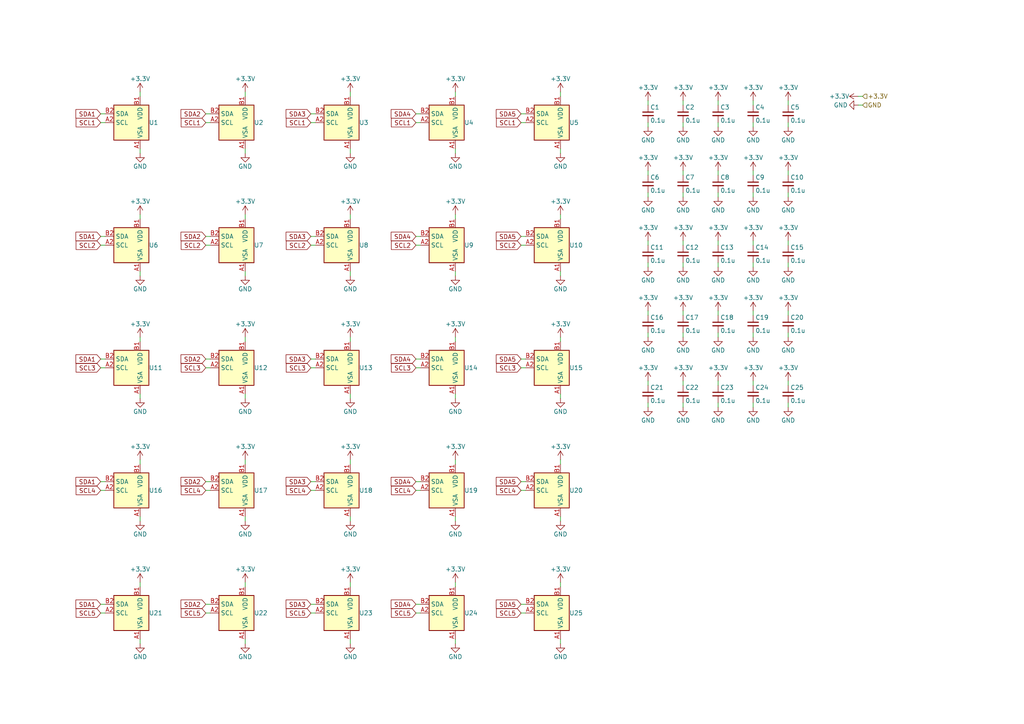
<source format=kicad_sch>
(kicad_sch (version 20230121) (generator eeschema)
  (paper "A4")
  (lib_symbols
    (symbol "Device:C_Small" (pin_numbers hide) (pin_names (offset 0.254) hide)
      (property "Reference" "C" (at 0.254 1.778 0))
      (property "Value" "C_Small" (at 0.254 -2.032 0))
      (symbol "C_Small_1_1"
        (pin passive line (at 0 2.54 270) (length 2.032) (name "~") (number "1"))
        (pin passive line (at 0 -2.54 90) (length 2.032) (name "~") (number "2"))
      )
    )
    (symbol "hgf_lib:MMC5603NJ"
      (property "Reference" "U" (at 5.08 8.89 0))
      (property "Value" "MMC5603NJ" (at 8.89 6.35 0))
      (symbol "MMC5603NJ_1_1"
        (pin power_in line (at 2.54 -7.62 90) (length 2.54) (name "VSA") (number "A1"))
        (pin bidirectional line (at -7.62 0 0) (length 2.54) (name "SCL") (number "A2"))
        (pin power_in line (at 2.54 7.62 270) (length 2.54) (name "VDD") (number "B1"))
        (pin bidirectional line (at -7.62 2.54 0) (length 2.54) (name "SDA") (number "B2"))
      )
    )
    (symbol "power:+3.3V" (power) (pin_names (offset 0))
      (property "Value" "+3.3V" (at 0 3.556 0))
      (symbol "+3.3V_1_1"
        (pin power_in line (at 0 0 90) (length 0) hide (name "+3.3V") (number "1"))
      )
    )
    (symbol "power:GND" (power) (pin_names (offset 0))
      (property "Value" "GND" (at 0 -3.81 0))
      (symbol "GND_1_1"
        (pin power_in line (at 0 0 270) (length 0) hide (name "GND") (number "1"))
      )
    )
  )
  (wire (pts (xy 162.56 62.23) (xy 162.56 63.5)))
  (wire (pts (xy 71.12 133.35) (xy 71.12 134.62)))
  (wire (pts (xy 198.12 77.47) (xy 198.12 76.2)))
  (wire (pts (xy 59.69 68.58) (xy 60.96 68.58)))
  (wire (pts (xy 218.44 49.53) (xy 218.44 50.8)))
  (wire (pts (xy 187.96 57.15) (xy 187.96 55.88)))
  (wire (pts (xy 218.44 57.15) (xy 218.44 55.88)))
  (wire (pts (xy 218.44 69.85) (xy 218.44 71.12)))
  (wire (pts (xy 228.6 77.47) (xy 228.6 76.2)))
  (wire (pts (xy 198.12 118.11) (xy 198.12 116.84)))
  (wire (pts (xy 132.08 80.01) (xy 132.08 78.74)))
  (wire (pts (xy 132.08 168.91) (xy 132.08 170.18)))
  (wire (pts (xy 29.21 68.58) (xy 30.48 68.58)))
  (wire (pts (xy 90.17 139.7) (xy 91.44 139.7)))
  (wire (pts (xy 132.08 26.67) (xy 132.08 27.94)))
  (wire (pts (xy 59.69 71.12) (xy 60.96 71.12)))
  (wire (pts (xy 208.28 118.11) (xy 208.28 116.84)))
  (wire (pts (xy 101.6 115.57) (xy 101.6 114.3)))
  (wire (pts (xy 228.6 97.79) (xy 228.6 96.52)))
  (wire (pts (xy 120.65 177.8) (xy 121.92 177.8)))
  (wire (pts (xy 218.44 36.83) (xy 218.44 35.56)))
  (wire (pts (xy 198.12 90.17) (xy 198.12 91.44)))
  (wire (pts (xy 120.65 71.12) (xy 121.92 71.12)))
  (wire (pts (xy 120.65 68.58) (xy 121.92 68.58)))
  (wire (pts (xy 120.65 175.26) (xy 121.92 175.26)))
  (wire (pts (xy 187.96 49.53) (xy 187.96 50.8)))
  (wire (pts (xy 218.44 110.49) (xy 218.44 111.76)))
  (wire (pts (xy 90.17 68.58) (xy 91.44 68.58)))
  (wire (pts (xy 208.28 110.49) (xy 208.28 111.76)))
  (wire (pts (xy 29.21 33.02) (xy 30.48 33.02)))
  (wire (pts (xy 120.65 106.68) (xy 121.92 106.68)))
  (wire (pts (xy 71.12 186.69) (xy 71.12 185.42)))
  (wire (pts (xy 132.08 62.23) (xy 132.08 63.5)))
  (wire (pts (xy 101.6 186.69) (xy 101.6 185.42)))
  (wire (pts (xy 208.28 49.53) (xy 208.28 50.8)))
  (wire (pts (xy 228.6 49.53) (xy 228.6 50.8)))
  (wire (pts (xy 40.64 26.67) (xy 40.64 27.94)))
  (wire (pts (xy 132.08 115.57) (xy 132.08 114.3)))
  (wire (pts (xy 151.13 142.24) (xy 152.4 142.24)))
  (wire (pts (xy 40.64 44.45) (xy 40.64 43.18)))
  (wire (pts (xy 208.28 69.85) (xy 208.28 71.12)))
  (wire (pts (xy 29.21 142.24) (xy 30.48 142.24)))
  (wire (pts (xy 29.21 106.68) (xy 30.48 106.68)))
  (wire (pts (xy 29.21 139.7) (xy 30.48 139.7)))
  (wire (pts (xy 40.64 133.35) (xy 40.64 134.62)))
  (wire (pts (xy 101.6 26.67) (xy 101.6 27.94)))
  (wire (pts (xy 101.6 80.01) (xy 101.6 78.74)))
  (wire (pts (xy 132.08 151.13) (xy 132.08 149.86)))
  (wire (pts (xy 218.44 118.11) (xy 218.44 116.84)))
  (wire (pts (xy 101.6 97.79) (xy 101.6 99.06)))
  (wire (pts (xy 120.65 104.14) (xy 121.92 104.14)))
  (wire (pts (xy 162.56 26.67) (xy 162.56 27.94)))
  (wire (pts (xy 198.12 29.21) (xy 198.12 30.48)))
  (wire (pts (xy 198.12 69.85) (xy 198.12 71.12)))
  (wire (pts (xy 228.6 90.17) (xy 228.6 91.44)))
  (wire (pts (xy 198.12 57.15) (xy 198.12 55.88)))
  (wire (pts (xy 248.92 30.48) (xy 250.19 30.48)))
  (wire (pts (xy 132.08 133.35) (xy 132.08 134.62)))
  (wire (pts (xy 151.13 104.14) (xy 152.4 104.14)))
  (wire (pts (xy 218.44 77.47) (xy 218.44 76.2)))
  (wire (pts (xy 71.12 168.91) (xy 71.12 170.18)))
  (wire (pts (xy 59.69 106.68) (xy 60.96 106.68)))
  (wire (pts (xy 90.17 33.02) (xy 91.44 33.02)))
  (wire (pts (xy 59.69 104.14) (xy 60.96 104.14)))
  (wire (pts (xy 218.44 97.79) (xy 218.44 96.52)))
  (wire (pts (xy 208.28 97.79) (xy 208.28 96.52)))
  (wire (pts (xy 228.6 57.15) (xy 228.6 55.88)))
  (wire (pts (xy 162.56 168.91) (xy 162.56 170.18)))
  (wire (pts (xy 162.56 44.45) (xy 162.56 43.18)))
  (wire (pts (xy 71.12 44.45) (xy 71.12 43.18)))
  (wire (pts (xy 90.17 142.24) (xy 91.44 142.24)))
  (wire (pts (xy 59.69 33.02) (xy 60.96 33.02)))
  (wire (pts (xy 208.28 57.15) (xy 208.28 55.88)))
  (wire (pts (xy 29.21 175.26) (xy 30.48 175.26)))
  (wire (pts (xy 101.6 151.13) (xy 101.6 149.86)))
  (wire (pts (xy 187.96 110.49) (xy 187.96 111.76)))
  (wire (pts (xy 208.28 77.47) (xy 208.28 76.2)))
  (wire (pts (xy 228.6 36.83) (xy 228.6 35.56)))
  (wire (pts (xy 208.28 90.17) (xy 208.28 91.44)))
  (wire (pts (xy 90.17 35.56) (xy 91.44 35.56)))
  (wire (pts (xy 90.17 71.12) (xy 91.44 71.12)))
  (wire (pts (xy 151.13 33.02) (xy 152.4 33.02)))
  (wire (pts (xy 198.12 36.83) (xy 198.12 35.56)))
  (wire (pts (xy 228.6 69.85) (xy 228.6 71.12)))
  (wire (pts (xy 40.64 186.69) (xy 40.64 185.42)))
  (wire (pts (xy 59.69 35.56) (xy 60.96 35.56)))
  (wire (pts (xy 71.12 151.13) (xy 71.12 149.86)))
  (wire (pts (xy 40.64 168.91) (xy 40.64 170.18)))
  (wire (pts (xy 71.12 97.79) (xy 71.12 99.06)))
  (wire (pts (xy 120.65 139.7) (xy 121.92 139.7)))
  (wire (pts (xy 71.12 80.01) (xy 71.12 78.74)))
  (wire (pts (xy 162.56 80.01) (xy 162.56 78.74)))
  (wire (pts (xy 29.21 71.12) (xy 30.48 71.12)))
  (wire (pts (xy 132.08 186.69) (xy 132.08 185.42)))
  (wire (pts (xy 162.56 97.79) (xy 162.56 99.06)))
  (wire (pts (xy 59.69 175.26) (xy 60.96 175.26)))
  (wire (pts (xy 248.92 27.94) (xy 250.19 27.94)))
  (wire (pts (xy 59.69 177.8) (xy 60.96 177.8)))
  (wire (pts (xy 198.12 97.79) (xy 198.12 96.52)))
  (wire (pts (xy 101.6 168.91) (xy 101.6 170.18)))
  (wire (pts (xy 59.69 142.24) (xy 60.96 142.24)))
  (wire (pts (xy 187.96 90.17) (xy 187.96 91.44)))
  (wire (pts (xy 151.13 177.8) (xy 152.4 177.8)))
  (wire (pts (xy 208.28 36.83) (xy 208.28 35.56)))
  (wire (pts (xy 40.64 62.23) (xy 40.64 63.5)))
  (wire (pts (xy 132.08 97.79) (xy 132.08 99.06)))
  (wire (pts (xy 120.65 35.56) (xy 121.92 35.56)))
  (wire (pts (xy 187.96 118.11) (xy 187.96 116.84)))
  (wire (pts (xy 151.13 71.12) (xy 152.4 71.12)))
  (wire (pts (xy 29.21 35.56) (xy 30.48 35.56)))
  (wire (pts (xy 151.13 175.26) (xy 152.4 175.26)))
  (wire (pts (xy 151.13 106.68) (xy 152.4 106.68)))
  (wire (pts (xy 29.21 177.8) (xy 30.48 177.8)))
  (wire (pts (xy 162.56 133.35) (xy 162.56 134.62)))
  (wire (pts (xy 101.6 62.23) (xy 101.6 63.5)))
  (wire (pts (xy 198.12 110.49) (xy 198.12 111.76)))
  (wire (pts (xy 187.96 97.79) (xy 187.96 96.52)))
  (wire (pts (xy 187.96 69.85) (xy 187.96 71.12)))
  (wire (pts (xy 90.17 175.26) (xy 91.44 175.26)))
  (wire (pts (xy 132.08 44.45) (xy 132.08 43.18)))
  (wire (pts (xy 187.96 36.83) (xy 187.96 35.56)))
  (wire (pts (xy 120.65 33.02) (xy 121.92 33.02)))
  (wire (pts (xy 162.56 151.13) (xy 162.56 149.86)))
  (wire (pts (xy 71.12 115.57) (xy 71.12 114.3)))
  (wire (pts (xy 40.64 80.01) (xy 40.64 78.74)))
  (wire (pts (xy 218.44 90.17) (xy 218.44 91.44)))
  (wire (pts (xy 218.44 29.21) (xy 218.44 30.48)))
  (wire (pts (xy 59.69 139.7) (xy 60.96 139.7)))
  (wire (pts (xy 90.17 177.8) (xy 91.44 177.8)))
  (wire (pts (xy 228.6 29.21) (xy 228.6 30.48)))
  (wire (pts (xy 151.13 35.56) (xy 152.4 35.56)))
  (wire (pts (xy 29.21 104.14) (xy 30.48 104.14)))
  (wire (pts (xy 101.6 133.35) (xy 101.6 134.62)))
  (wire (pts (xy 208.28 29.21) (xy 208.28 30.48)))
  (wire (pts (xy 71.12 62.23) (xy 71.12 63.5)))
  (wire (pts (xy 162.56 115.57) (xy 162.56 114.3)))
  (wire (pts (xy 40.64 97.79) (xy 40.64 99.06)))
  (wire (pts (xy 162.56 186.69) (xy 162.56 185.42)))
  (wire (pts (xy 151.13 68.58) (xy 152.4 68.58)))
  (wire (pts (xy 228.6 110.49) (xy 228.6 111.76)))
  (wire (pts (xy 40.64 115.57) (xy 40.64 114.3)))
  (wire (pts (xy 228.6 118.11) (xy 228.6 116.84)))
  (wire (pts (xy 71.12 26.67) (xy 71.12 27.94)))
  (wire (pts (xy 90.17 104.14) (xy 91.44 104.14)))
  (wire (pts (xy 40.64 151.13) (xy 40.64 149.86)))
  (wire (pts (xy 101.6 44.45) (xy 101.6 43.18)))
  (wire (pts (xy 151.13 139.7) (xy 152.4 139.7)))
  (wire (pts (xy 90.17 106.68) (xy 91.44 106.68)))
  (wire (pts (xy 198.12 49.53) (xy 198.12 50.8)))
  (wire (pts (xy 120.65 142.24) (xy 121.92 142.24)))
  (wire (pts (xy 187.96 29.21) (xy 187.96 30.48)))
  (wire (pts (xy 187.96 77.47) (xy 187.96 76.2)))
  (global_label "SCL1" (shape input) (at 120.65 35.56 180) (property "Intersheetrefs" "${INTERSHEET_REFS}" (effects hide)))
  (global_label "SCL4" (shape input) (at 29.21 142.24 180) (property "Intersheetrefs" "${INTERSHEET_REFS}" (effects hide)))
  (global_label "SDA2" (shape input) (at 59.69 175.26 180) (property "Intersheetrefs" "${INTERSHEET_REFS}" (effects hide)))
  (global_label "SCL2" (shape input) (at 151.13 71.12 180) (property "Intersheetrefs" "${INTERSHEET_REFS}" (effects hide)))
  (global_label "SDA2" (shape input) (at 59.69 33.02 180) (property "Intersheetrefs" "${INTERSHEET_REFS}" (effects hide)))
  (global_label "SDA5" (shape input) (at 151.13 104.14 180) (property "Intersheetrefs" "${INTERSHEET_REFS}" (effects hide)))
  (global_label "SDA3" (shape input) (at 90.17 104.14 180) (property "Intersheetrefs" "${INTERSHEET_REFS}" (effects hide)))
  (global_label "SCL2" (shape input) (at 59.69 71.12 180) (property "Intersheetrefs" "${INTERSHEET_REFS}" (effects hide)))
  (global_label "SCL2" (shape input) (at 29.21 71.12 180) (property "Intersheetrefs" "${INTERSHEET_REFS}" (effects hide)))
  (global_label "SDA3" (shape input) (at 90.17 68.58 180) (property "Intersheetrefs" "${INTERSHEET_REFS}" (effects hide)))
  (global_label "SCL1" (shape input) (at 59.69 35.56 180) (property "Intersheetrefs" "${INTERSHEET_REFS}" (effects hide)))
  (global_label "SCL5" (shape input) (at 90.17 177.8 180) (property "Intersheetrefs" "${INTERSHEET_REFS}" (effects hide)))
  (global_label "SDA5" (shape input) (at 151.13 68.58 180) (property "Intersheetrefs" "${INTERSHEET_REFS}" (effects hide)))
  (global_label "SDA3" (shape input) (at 90.17 175.26 180) (property "Intersheetrefs" "${INTERSHEET_REFS}" (effects hide)))
  (global_label "SDA4" (shape input) (at 120.65 33.02 180) (property "Intersheetrefs" "${INTERSHEET_REFS}" (effects hide)))
  (global_label "SDA4" (shape input) (at 120.65 104.14 180) (property "Intersheetrefs" "${INTERSHEET_REFS}" (effects hide)))
  (global_label "SDA5" (shape input) (at 151.13 33.02 180) (property "Intersheetrefs" "${INTERSHEET_REFS}" (effects hide)))
  (global_label "SCL3" (shape input) (at 29.21 106.68 180) (property "Intersheetrefs" "${INTERSHEET_REFS}" (effects hide)))
  (global_label "SCL2" (shape input) (at 120.65 71.12 180) (property "Intersheetrefs" "${INTERSHEET_REFS}" (effects hide)))
  (global_label "SDA4" (shape input) (at 120.65 139.7 180) (property "Intersheetrefs" "${INTERSHEET_REFS}" (effects hide)))
  (global_label "SDA1" (shape input) (at 29.21 104.14 180) (property "Intersheetrefs" "${INTERSHEET_REFS}" (effects hide)))
  (global_label "SDA4" (shape input) (at 120.65 68.58 180) (property "Intersheetrefs" "${INTERSHEET_REFS}" (effects hide)))
  (global_label "SCL4" (shape input) (at 59.69 142.24 180) (property "Intersheetrefs" "${INTERSHEET_REFS}" (effects hide)))
  (global_label "SCL1" (shape input) (at 90.17 35.56 180) (property "Intersheetrefs" "${INTERSHEET_REFS}" (effects hide)))
  (global_label "SDA4" (shape input) (at 120.65 175.26 180) (property "Intersheetrefs" "${INTERSHEET_REFS}" (effects hide)))
  (global_label "SCL4" (shape input) (at 120.65 142.24 180) (property "Intersheetrefs" "${INTERSHEET_REFS}" (effects hide)))
  (global_label "SCL3" (shape input) (at 59.69 106.68 180) (property "Intersheetrefs" "${INTERSHEET_REFS}" (effects hide)))
  (global_label "SCL1" (shape input) (at 151.13 35.56 180) (property "Intersheetrefs" "${INTERSHEET_REFS}" (effects hide)))
  (global_label "SCL3" (shape input) (at 90.17 106.68 180) (property "Intersheetrefs" "${INTERSHEET_REFS}" (effects hide)))
  (global_label "SCL5" (shape input) (at 59.69 177.8 180) (property "Intersheetrefs" "${INTERSHEET_REFS}" (effects hide)))
  (global_label "SDA1" (shape input) (at 29.21 68.58 180) (property "Intersheetrefs" "${INTERSHEET_REFS}" (effects hide)))
  (global_label "SCL2" (shape input) (at 90.17 71.12 180) (property "Intersheetrefs" "${INTERSHEET_REFS}" (effects hide)))
  (global_label "SDA2" (shape input) (at 59.69 68.58 180) (property "Intersheetrefs" "${INTERSHEET_REFS}" (effects hide)))
  (global_label "SCL3" (shape input) (at 120.65 106.68 180) (property "Intersheetrefs" "${INTERSHEET_REFS}" (effects hide)))
  (global_label "SCL1" (shape input) (at 29.21 35.56 180) (property "Intersheetrefs" "${INTERSHEET_REFS}" (effects hide)))
  (global_label "SCL5" (shape input) (at 29.21 177.8 180) (property "Intersheetrefs" "${INTERSHEET_REFS}" (effects hide)))
  (global_label "SCL5" (shape input) (at 151.13 177.8 180) (property "Intersheetrefs" "${INTERSHEET_REFS}" (effects hide)))
  (global_label "SDA5" (shape input) (at 151.13 139.7 180) (property "Intersheetrefs" "${INTERSHEET_REFS}" (effects hide)))
  (global_label "SCL4" (shape input) (at 151.13 142.24 180) (property "Intersheetrefs" "${INTERSHEET_REFS}" (effects hide)))
  (global_label "SDA5" (shape input) (at 151.13 175.26 180) (property "Intersheetrefs" "${INTERSHEET_REFS}" (effects hide)))
  (global_label "SDA2" (shape input) (at 59.69 139.7 180) (property "Intersheetrefs" "${INTERSHEET_REFS}" (effects hide)))
  (global_label "SCL5" (shape input) (at 120.65 177.8 180) (property "Intersheetrefs" "${INTERSHEET_REFS}" (effects hide)))
  (global_label "SDA1" (shape input) (at 29.21 33.02 180) (property "Intersheetrefs" "${INTERSHEET_REFS}" (effects hide)))
  (global_label "SDA3" (shape input) (at 90.17 33.02 180) (property "Intersheetrefs" "${INTERSHEET_REFS}" (effects hide)))
  (global_label "SDA1" (shape input) (at 29.21 175.26 180) (property "Intersheetrefs" "${INTERSHEET_REFS}" (effects hide)))
  (global_label "SDA2" (shape input) (at 59.69 104.14 180) (property "Intersheetrefs" "${INTERSHEET_REFS}" (effects hide)))
  (global_label "SCL4" (shape input) (at 90.17 142.24 180) (property "Intersheetrefs" "${INTERSHEET_REFS}" (effects hide)))
  (global_label "SDA1" (shape input) (at 29.21 139.7 180) (property "Intersheetrefs" "${INTERSHEET_REFS}" (effects hide)))
  (global_label "SDA3" (shape input) (at 90.17 139.7 180) (property "Intersheetrefs" "${INTERSHEET_REFS}" (effects hide)))
  (global_label "SCL3" (shape input) (at 151.13 106.68 180) (property "Intersheetrefs" "${INTERSHEET_REFS}" (effects hide)))
  (hierarchical_label "GND" (shape input) (at 250.19 30.48 0))
  (hierarchical_label "+3.3V" (shape input) (at 250.19 27.94 0))
  (symbol (lib_id "hgf_lib:MMC5603NJ") (at 160.02 106.68 0) (unit 1)
    (property "Reference" "U15" (at 165.1 106.68 0) (effects (justify left)))
    (property "Value" "MMC5603NJ" (effects hide))
    (property "Footprint" "Package_BGA:WLP-4_0.83x0.83mm_P0.4mm" (effects hide))
  )
  (symbol (lib_id "power:GND") (at 228.6 57.15 0) (unit 1)
    (property "Reference" "#PWR070" (effects hide))
    (property "Value" "GND" (at 228.6 60.96 0))
    (instances (project "LocateMagnet" (path "" (reference "#PWR070") (unit 1)) (path "" (reference "#PWR030") (unit 1))))
  )
  (symbol (lib_id "hgf_lib:MMC5603NJ") (at 129.54 142.24 0) (unit 1)
    (property "Reference" "U19" (at 134.62 142.24 0) (effects (justify left)))
    (property "Value" "MMC5603NJ" (effects hide))
    (property "Footprint" "Package_BGA:WLP-4_0.83x0.83mm_P0.4mm" (effects hide))
  )
  (symbol (lib_id "power:+3.3V") (at 40.64 168.91 0) (unit 1)
    (property "Reference" "#PWR041" (effects hide))
    (property "Value" "+3.3V" (at 40.64 165.1 0))
    (instances (project "LocateMagnet" (path "" (reference "#PWR041") (unit 1)) (path "" (reference "#PWR091") (unit 1))))
  )
  (symbol (lib_id "Device:C_Small") (at 228.6 33.02 0) (unit 1)
    (property "Reference" "C5" (at 229.235 31.115 0) (effects (justify left)))
    (property "Value" "0.1u" (at 229.235 34.925 0) (effects (justify left)))
    (property "Footprint" "Capacitor_SMD:C_0402_1005Metric" (effects hide))
  )
  (symbol (lib_id "power:+3.3V") (at 162.56 133.35 0) (unit 1)
    (property "Reference" "#PWR035" (effects hide))
    (property "Value" "+3.3V" (at 162.56 129.54 0))
    (instances (project "LocateMagnet" (path "" (reference "#PWR035") (unit 1)) (path "" (reference "#PWR085") (unit 1))))
  )
  (symbol (lib_id "power:GND") (at 187.96 118.11 0) (unit 1)
    (property "Reference" "#PWR096" (effects hide))
    (property "Value" "GND" (at 187.96 121.92 0))
    (instances (project "LocateMagnet" (path "" (reference "#PWR096") (unit 1)) (path "" (reference "#PWR076") (unit 1))))
  )
  (symbol (lib_id "power:GND") (at 132.08 44.45 0) (unit 1)
    (property "Reference" "#PWR09" (effects hide))
    (property "Value" "GND" (at 132.08 48.26 0))
    (instances (project "LocateMagnet" (path "" (reference "#PWR09") (unit 1)) (path "" (reference "#PWR019") (unit 1))))
  )
  (symbol (lib_id "power:GND") (at 71.12 186.69 0) (unit 1)
    (property "Reference" "#PWR047" (effects hide))
    (property "Value" "GND" (at 71.12 190.5 0))
    (instances (project "LocateMagnet" (path "" (reference "#PWR047") (unit 1)) (path "" (reference "#PWR097") (unit 1))))
  )
  (symbol (lib_id "power:+3.3V") (at 198.12 49.53 0) (unit 1)
    (property "Reference" "#PWR062" (effects hide))
    (property "Value" "+3.3V" (at 198.12 45.72 0))
    (instances (project "LocateMagnet" (path "" (reference "#PWR062") (unit 1)) (path "" (reference "#PWR022") (unit 1))))
  )
  (symbol (lib_id "Device:C_Small") (at 198.12 93.98 0) (unit 1)
    (property "Reference" "C17" (at 198.755 92.075 0) (effects (justify left)))
    (property "Value" "0.1u" (at 198.755 95.885 0) (effects (justify left)))
    (property "Footprint" "Capacitor_SMD:C_0402_1005Metric" (effects hide))
  )
  (symbol (lib_id "power:+3.3V") (at 162.56 62.23 0) (unit 1)
    (property "Reference" "#PWR015" (effects hide))
    (property "Value" "+3.3V" (at 162.56 58.42 0))
    (instances (project "LocateMagnet" (path "" (reference "#PWR015") (unit 1)) (path "" (reference "#PWR035") (unit 1))))
  )
  (symbol (lib_id "power:GND") (at 187.96 36.83 0) (unit 1)
    (property "Reference" "#PWR052" (effects hide))
    (property "Value" "GND" (at 187.96 40.64 0))
    (instances (project "LocateMagnet" (path "" (reference "#PWR052") (unit 1)) (path "" (reference "#PWR011") (unit 1))))
  )
  (symbol (lib_id "Device:C_Small") (at 198.12 73.66 0) (unit 1)
    (property "Reference" "C12" (at 198.755 71.755 0) (effects (justify left)))
    (property "Value" "0.1u" (at 198.755 75.565 0) (effects (justify left)))
    (property "Footprint" "Capacitor_SMD:C_0402_1005Metric" (effects hide))
  )
  (symbol (lib_id "power:GND") (at 71.12 115.57 0) (unit 1)
    (property "Reference" "#PWR027" (effects hide))
    (property "Value" "GND" (at 71.12 119.38 0))
    (instances (project "LocateMagnet" (path "" (reference "#PWR027") (unit 1)) (path "" (reference "#PWR072") (unit 1))))
  )
  (symbol (lib_id "power:+3.3V") (at 228.6 49.53 0) (unit 1)
    (property "Reference" "#PWR065" (effects hide))
    (property "Value" "+3.3V" (at 228.6 45.72 0))
    (instances (project "LocateMagnet" (path "" (reference "#PWR065") (unit 1)) (path "" (reference "#PWR025") (unit 1))))
  )
  (symbol (lib_id "power:+3.3V") (at 218.44 69.85 0) (unit 1)
    (property "Reference" "#PWR074" (effects hide))
    (property "Value" "+3.3V" (at 218.44 66.04 0))
    (instances (project "LocateMagnet" (path "" (reference "#PWR074") (unit 1)) (path "" (reference "#PWR039") (unit 1))))
  )
  (symbol (lib_id "Device:C_Small") (at 208.28 33.02 0) (unit 1)
    (property "Reference" "C3" (at 208.915 31.115 0) (effects (justify left)))
    (property "Value" "0.1u" (at 208.915 34.925 0) (effects (justify left)))
    (property "Footprint" "Capacitor_SMD:C_0402_1005Metric" (effects hide))
  )
  (symbol (lib_id "power:+3.3V") (at 101.6 62.23 0) (unit 1)
    (property "Reference" "#PWR013" (effects hide))
    (property "Value" "+3.3V" (at 101.6 58.42 0))
    (instances (project "LocateMagnet" (path "" (reference "#PWR013") (unit 1)) (path "" (reference "#PWR033") (unit 1))))
  )
  (symbol (lib_id "Device:C_Small") (at 208.28 53.34 0) (unit 1)
    (property "Reference" "C8" (at 208.915 51.435 0) (effects (justify left)))
    (property "Value" "0.1u" (at 208.915 55.245 0) (effects (justify left)))
    (property "Footprint" "Capacitor_SMD:C_0402_1005Metric" (effects hide))
  )
  (symbol (lib_id "Device:C_Small") (at 228.6 93.98 0) (unit 1)
    (property "Reference" "C20" (at 229.235 92.075 0) (effects (justify left)))
    (property "Value" "0.1u" (at 229.235 95.885 0) (effects (justify left)))
    (property "Footprint" "Capacitor_SMD:C_0402_1005Metric" (effects hide))
  )
  (symbol (lib_id "power:GND") (at 101.6 44.45 0) (unit 1)
    (property "Reference" "#PWR08" (effects hide))
    (property "Value" "GND" (at 101.6 48.26 0))
    (instances (project "LocateMagnet" (path "" (reference "#PWR08") (unit 1)) (path "" (reference "#PWR018") (unit 1))))
  )
  (symbol (lib_id "power:GND") (at 208.28 118.11 0) (unit 1)
    (property "Reference" "#PWR098" (effects hide))
    (property "Value" "GND" (at 208.28 121.92 0))
    (instances (project "LocateMagnet" (path "" (reference "#PWR098") (unit 1)) (path "" (reference "#PWR078") (unit 1))))
  )
  (symbol (lib_id "power:GND") (at 198.12 77.47 0) (unit 1)
    (property "Reference" "#PWR077" (effects hide))
    (property "Value" "GND" (at 198.12 81.28 0))
    (instances (project "LocateMagnet" (path "" (reference "#PWR077") (unit 1)) (path "" (reference "#PWR042") (unit 1))))
  )
  (symbol (lib_id "power:GND") (at 101.6 80.01 0) (unit 1)
    (property "Reference" "#PWR018" (effects hide))
    (property "Value" "GND" (at 101.6 83.82 0))
    (instances (project "LocateMagnet" (path "" (reference "#PWR018") (unit 1)) (path "" (reference "#PWR048") (unit 1))))
  )
  (symbol (lib_id "power:+3.3V") (at 198.12 69.85 0) (unit 1)
    (property "Reference" "#PWR072" (effects hide))
    (property "Value" "+3.3V" (at 198.12 66.04 0))
    (instances (project "LocateMagnet" (path "" (reference "#PWR072") (unit 1)) (path "" (reference "#PWR037") (unit 1))))
  )
  (symbol (lib_id "power:GND") (at 208.28 36.83 0) (unit 1)
    (property "Reference" "#PWR056" (effects hide))
    (property "Value" "GND" (at 208.28 40.64 0))
    (instances (project "LocateMagnet" (path "" (reference "#PWR056") (unit 1)) (path "" (reference "#PWR013") (unit 1))))
  )
  (symbol (lib_id "hgf_lib:MMC5603NJ") (at 129.54 177.8 0) (unit 1)
    (property "Reference" "U24" (at 134.62 177.8 0) (effects (justify left)))
    (property "Value" "MMC5603NJ" (effects hide))
    (property "Footprint" "Package_BGA:WLP-4_0.83x0.83mm_P0.4mm" (effects hide))
  )
  (symbol (lib_id "power:+3.3V") (at 187.96 110.49 0) (unit 1)
    (property "Reference" "#PWR091" (effects hide))
    (property "Value" "+3.3V" (at 187.96 106.68 0))
    (instances (project "LocateMagnet" (path "" (reference "#PWR091") (unit 1)) (path "" (reference "#PWR066") (unit 1))))
  )
  (symbol (lib_id "power:+3.3V") (at 101.6 168.91 0) (unit 1)
    (property "Reference" "#PWR043" (effects hide))
    (property "Value" "+3.3V" (at 101.6 165.1 0))
    (instances (project "LocateMagnet" (path "" (reference "#PWR043") (unit 1)) (path "" (reference "#PWR093") (unit 1))))
  )
  (symbol (lib_id "power:GND") (at 218.44 57.15 0) (unit 1)
    (property "Reference" "#PWR069" (effects hide))
    (property "Value" "GND" (at 218.44 60.96 0))
    (instances (project "LocateMagnet" (path "" (reference "#PWR069") (unit 1)) (path "" (reference "#PWR029") (unit 1))))
  )
  (symbol (lib_id "power:+3.3V") (at 218.44 49.53 0) (unit 1)
    (property "Reference" "#PWR064" (effects hide))
    (property "Value" "+3.3V" (at 218.44 45.72 0))
    (instances (project "LocateMagnet" (path "" (reference "#PWR064") (unit 1)) (path "" (reference "#PWR024") (unit 1))))
  )
  (symbol (lib_id "power:GND") (at 132.08 151.13 0) (unit 1)
    (property "Reference" "#PWR039" (effects hide))
    (property "Value" "GND" (at 132.08 154.94 0))
    (instances (project "LocateMagnet" (path "" (reference "#PWR039") (unit 1)) (path "" (reference "#PWR089") (unit 1))))
  )
  (symbol (lib_id "power:+3.3V") (at 132.08 133.35 0) (unit 1)
    (property "Reference" "#PWR034" (effects hide))
    (property "Value" "+3.3V" (at 132.08 129.54 0))
    (instances (project "LocateMagnet" (path "" (reference "#PWR034") (unit 1)) (path "" (reference "#PWR084") (unit 1))))
  )
  (symbol (lib_id "power:+3.3V") (at 71.12 26.67 0) (unit 1)
    (property "Reference" "#PWR02" (effects hide))
    (property "Value" "+3.3V" (at 71.12 22.86 0))
  )
  (symbol (lib_id "power:+3.3V") (at 162.56 26.67 0) (unit 1)
    (property "Reference" "#PWR05" (effects hide))
    (property "Value" "+3.3V" (at 162.56 22.86 0))
  )
  (symbol (lib_id "hgf_lib:MMC5603NJ") (at 68.58 142.24 0) (unit 1)
    (property "Reference" "U17" (at 73.66 142.24 0) (effects (justify left)))
    (property "Value" "MMC5603NJ" (effects hide))
    (property "Footprint" "Package_BGA:WLP-4_0.83x0.83mm_P0.4mm" (effects hide))
  )
  (symbol (lib_id "Device:C_Small") (at 228.6 114.3 0) (unit 1)
    (property "Reference" "C25" (at 229.235 112.395 0) (effects (justify left)))
    (property "Value" "0.1u" (at 229.235 116.205 0) (effects (justify left)))
    (property "Footprint" "Capacitor_SMD:C_0402_1005Metric" (effects hide))
  )
  (symbol (lib_id "power:+3.3V") (at 40.64 62.23 0) (unit 1)
    (property "Reference" "#PWR011" (effects hide))
    (property "Value" "+3.3V" (at 40.64 58.42 0))
    (instances (project "LocateMagnet" (path "" (reference "#PWR011") (unit 1)) (path "" (reference "#PWR031") (unit 1))))
  )
  (symbol (lib_id "power:GND") (at 162.56 151.13 0) (unit 1)
    (property "Reference" "#PWR040" (effects hide))
    (property "Value" "GND" (at 162.56 154.94 0))
    (instances (project "LocateMagnet" (path "" (reference "#PWR040") (unit 1)) (path "" (reference "#PWR090") (unit 1))))
  )
  (symbol (lib_id "power:+3.3V") (at 198.12 29.21 0) (unit 1)
    (property "Reference" "#PWR053" (effects hide))
    (property "Value" "+3.3V" (at 198.12 25.4 0))
    (instances (project "LocateMagnet" (path "" (reference "#PWR053") (unit 1)) (path "" (reference "#PWR07") (unit 1))))
  )
  (symbol (lib_id "power:GND") (at 71.12 44.45 0) (unit 1)
    (property "Reference" "#PWR07" (effects hide))
    (property "Value" "GND" (at 71.12 48.26 0))
    (instances (project "LocateMagnet" (path "" (reference "#PWR07") (unit 1)) (path "" (reference "#PWR017") (unit 1))))
  )
  (symbol (lib_id "Device:C_Small") (at 208.28 114.3 0) (unit 1)
    (property "Reference" "C23" (at 208.915 112.395 0) (effects (justify left)))
    (property "Value" "0.1u" (at 208.915 116.205 0) (effects (justify left)))
    (property "Footprint" "Capacitor_SMD:C_0402_1005Metric" (effects hide))
  )
  (symbol (lib_id "power:+3.3V") (at 40.64 26.67 0) (unit 1)
    (property "Reference" "#PWR01" (effects hide))
    (property "Value" "+3.3V" (at 40.64 22.86 0))
  )
  (symbol (lib_id "power:+3.3V") (at 162.56 97.79 0) (unit 1)
    (property "Reference" "#PWR025" (effects hide))
    (property "Value" "+3.3V" (at 162.56 93.98 0))
    (instances (project "LocateMagnet" (path "" (reference "#PWR025") (unit 1)) (path "" (reference "#PWR060") (unit 1))))
  )
  (symbol (lib_id "hgf_lib:MMC5603NJ") (at 160.02 71.12 0) (unit 1)
    (property "Reference" "U10" (at 165.1 71.12 0) (effects (justify left)))
    (property "Value" "MMC5603NJ" (effects hide))
    (property "Footprint" "Package_BGA:WLP-4_0.83x0.83mm_P0.4mm" (effects hide))
  )
  (symbol (lib_id "Device:C_Small") (at 228.6 53.34 0) (unit 1)
    (property "Reference" "C10" (at 229.235 51.435 0) (effects (justify left)))
    (property "Value" "0.1u" (at 229.235 55.245 0) (effects (justify left)))
    (property "Footprint" "Capacitor_SMD:C_0402_1005Metric" (effects hide))
  )
  (symbol (lib_id "power:GND") (at 71.12 80.01 0) (unit 1)
    (property "Reference" "#PWR017" (effects hide))
    (property "Value" "GND" (at 71.12 83.82 0))
    (instances (project "LocateMagnet" (path "" (reference "#PWR017") (unit 1)) (path "" (reference "#PWR047") (unit 1))))
  )
  (symbol (lib_id "power:GND") (at 198.12 36.83 0) (unit 1)
    (property "Reference" "#PWR054" (effects hide))
    (property "Value" "GND" (at 198.12 40.64 0))
    (instances (project "LocateMagnet" (path "" (reference "#PWR054") (unit 1)) (path "" (reference "#PWR012") (unit 1))))
  )
  (symbol (lib_id "power:GND") (at 162.56 115.57 0) (unit 1)
    (property "Reference" "#PWR030" (effects hide))
    (property "Value" "GND" (at 162.56 119.38 0))
    (instances (project "LocateMagnet" (path "" (reference "#PWR030") (unit 1)) (path "" (reference "#PWR075") (unit 1))))
  )
  (symbol (lib_id "power:GND") (at 71.12 151.13 0) (unit 1)
    (property "Reference" "#PWR037" (effects hide))
    (property "Value" "GND" (at 71.12 154.94 0))
    (instances (project "LocateMagnet" (path "" (reference "#PWR037") (unit 1)) (path "" (reference "#PWR087") (unit 1))))
  )
  (symbol (lib_id "Device:C_Small") (at 187.96 73.66 0) (unit 1)
    (property "Reference" "C11" (at 188.595 71.755 0) (effects (justify left)))
    (property "Value" "0.1u" (at 188.595 75.565 0) (effects (justify left)))
    (property "Footprint" "Capacitor_SMD:C_0402_1005Metric" (effects hide))
  )
  (symbol (lib_id "power:GND") (at 40.64 115.57 0) (unit 1)
    (property "Reference" "#PWR026" (effects hide))
    (property "Value" "GND" (at 40.64 119.38 0))
    (instances (project "LocateMagnet" (path "" (reference "#PWR026") (unit 1)) (path "" (reference "#PWR071") (unit 1))))
  )
  (symbol (lib_id "hgf_lib:MMC5603NJ") (at 38.1 71.12 0) (unit 1)
    (property "Reference" "U6" (at 43.18 71.12 0) (effects (justify left)))
    (property "Value" "MMC5603NJ" (effects hide))
    (property "Footprint" "Package_BGA:WLP-4_0.83x0.83mm_P0.4mm" (effects hide))
  )
  (symbol (lib_id "hgf_lib:MMC5603NJ") (at 160.02 142.24 0) (unit 1)
    (property "Reference" "U20" (at 165.1 142.24 0) (effects (justify left)))
    (property "Value" "MMC5603NJ" (effects hide))
    (property "Footprint" "Package_BGA:WLP-4_0.83x0.83mm_P0.4mm" (effects hide))
  )
  (symbol (lib_id "power:GND") (at 228.6 97.79 0) (unit 1)
    (property "Reference" "#PWR090" (effects hide))
    (property "Value" "GND" (at 228.6 101.6 0))
    (instances (project "LocateMagnet" (path "" (reference "#PWR090") (unit 1)) (path "" (reference "#PWR065") (unit 1))))
  )
  (symbol (lib_id "Device:C_Small") (at 198.12 33.02 0) (unit 1)
    (property "Reference" "C2" (at 198.755 31.115 0) (effects (justify left)))
    (property "Value" "0.1u" (at 198.755 34.925 0) (effects (justify left)))
    (property "Footprint" "Capacitor_SMD:C_0402_1005Metric" (effects hide))
  )
  (symbol (lib_id "power:GND") (at 40.64 151.13 0) (unit 1)
    (property "Reference" "#PWR036" (effects hide))
    (property "Value" "GND" (at 40.64 154.94 0))
    (instances (project "LocateMagnet" (path "" (reference "#PWR036") (unit 1)) (path "" (reference "#PWR086") (unit 1))))
  )
  (symbol (lib_id "power:GND") (at 208.28 97.79 0) (unit 1)
    (property "Reference" "#PWR088" (effects hide))
    (property "Value" "GND" (at 208.28 101.6 0))
    (instances (project "LocateMagnet" (path "" (reference "#PWR088") (unit 1)) (path "" (reference "#PWR063") (unit 1))))
  )
  (symbol (lib_id "power:GND") (at 218.44 77.47 0) (unit 1)
    (property "Reference" "#PWR079" (effects hide))
    (property "Value" "GND" (at 218.44 81.28 0))
    (instances (project "LocateMagnet" (path "" (reference "#PWR079") (unit 1)) (path "" (reference "#PWR044") (unit 1))))
  )
  (symbol (lib_id "power:GND") (at 101.6 186.69 0) (unit 1)
    (property "Reference" "#PWR048" (effects hide))
    (property "Value" "GND" (at 101.6 190.5 0))
    (instances (project "LocateMagnet" (path "" (reference "#PWR048") (unit 1)) (path "" (reference "#PWR098") (unit 1))))
  )
  (symbol (lib_id "power:GND") (at 218.44 97.79 0) (unit 1)
    (property "Reference" "#PWR089" (effects hide))
    (property "Value" "GND" (at 218.44 101.6 0))
    (instances (project "LocateMagnet" (path "" (reference "#PWR089") (unit 1)) (path "" (reference "#PWR064") (unit 1))))
  )
  (symbol (lib_id "hgf_lib:MMC5603NJ") (at 38.1 35.56 0) (unit 1)
    (property "Reference" "U1" (at 43.18 35.56 0) (effects (justify left)))
    (property "Value" "MMC5603NJ" (effects hide))
    (property "Footprint" "Package_BGA:WLP-4_0.83x0.83mm_P0.4mm" (effects hide))
  )
  (symbol (lib_id "power:GND") (at 40.64 186.69 0) (unit 1)
    (property "Reference" "#PWR046" (effects hide))
    (property "Value" "GND" (at 40.64 190.5 0))
    (instances (project "LocateMagnet" (path "" (reference "#PWR046") (unit 1)) (path "" (reference "#PWR096") (unit 1))))
  )
  (symbol (lib_id "hgf_lib:MMC5603NJ") (at 38.1 106.68 0) (unit 1)
    (property "Reference" "U11" (at 43.18 106.68 0) (effects (justify left)))
    (property "Value" "MMC5603NJ" (effects hide))
    (property "Footprint" "Package_BGA:WLP-4_0.83x0.83mm_P0.4mm" (effects hide))
  )
  (symbol (lib_id "power:GND") (at 228.6 77.47 0) (unit 1)
    (property "Reference" "#PWR080" (effects hide))
    (property "Value" "GND" (at 228.6 81.28 0))
    (instances (project "LocateMagnet" (path "" (reference "#PWR080") (unit 1)) (path "" (reference "#PWR045") (unit 1))))
  )
  (symbol (lib_id "hgf_lib:MMC5603NJ") (at 68.58 106.68 0) (unit 1)
    (property "Reference" "U12" (at 73.66 106.68 0) (effects (justify left)))
    (property "Value" "MMC5603NJ" (effects hide))
    (property "Footprint" "Package_BGA:WLP-4_0.83x0.83mm_P0.4mm" (effects hide))
  )
  (symbol (lib_id "hgf_lib:MMC5603NJ") (at 99.06 142.24 0) (unit 1)
    (property "Reference" "U18" (at 104.14 142.24 0) (effects (justify left)))
    (property "Value" "MMC5603NJ" (effects hide))
    (property "Footprint" "Package_BGA:WLP-4_0.83x0.83mm_P0.4mm" (effects hide))
  )
  (symbol (lib_id "hgf_lib:MMC5603NJ") (at 99.06 71.12 0) (unit 1)
    (property "Reference" "U8" (at 104.14 71.12 0) (effects (justify left)))
    (property "Value" "MMC5603NJ" (effects hide))
    (property "Footprint" "Package_BGA:WLP-4_0.83x0.83mm_P0.4mm" (effects hide))
  )
  (symbol (lib_id "hgf_lib:MMC5603NJ") (at 68.58 71.12 0) (unit 1)
    (property "Reference" "U7" (at 73.66 71.12 0) (effects (justify left)))
    (property "Value" "MMC5603NJ" (effects hide))
    (property "Footprint" "Package_BGA:WLP-4_0.83x0.83mm_P0.4mm" (effects hide))
  )
  (symbol (lib_id "power:+3.3V") (at 218.44 29.21 0) (unit 1)
    (property "Reference" "#PWR057" (effects hide))
    (property "Value" "+3.3V" (at 218.44 25.4 0))
    (instances (project "LocateMagnet" (path "" (reference "#PWR057") (unit 1)) (path "" (reference "#PWR09") (unit 1))))
  )
  (symbol (lib_id "Device:C_Small") (at 218.44 114.3 0) (unit 1)
    (property "Reference" "C24" (at 219.075 112.395 0) (effects (justify left)))
    (property "Value" "0.1u" (at 219.075 116.205 0) (effects (justify left)))
    (property "Footprint" "Capacitor_SMD:C_0402_1005Metric" (effects hide))
  )
  (symbol (lib_id "power:GND") (at 162.56 80.01 0) (unit 1)
    (property "Reference" "#PWR020" (effects hide))
    (property "Value" "GND" (at 162.56 83.82 0))
    (instances (project "LocateMagnet" (path "" (reference "#PWR020") (unit 1)) (path "" (reference "#PWR050") (unit 1))))
  )
  (symbol (lib_id "power:+3.3V") (at 40.64 97.79 0) (unit 1)
    (property "Reference" "#PWR021" (effects hide))
    (property "Value" "+3.3V" (at 40.64 93.98 0))
    (instances (project "LocateMagnet" (path "" (reference "#PWR021") (unit 1)) (path "" (reference "#PWR056") (unit 1))))
  )
  (symbol (lib_id "Device:C_Small") (at 187.96 33.02 0) (unit 1)
    (property "Reference" "C1" (at 188.595 31.115 0) (effects (justify left)))
    (property "Value" "0.1u" (at 188.595 34.925 0) (effects (justify left)))
    (property "Footprint" "Capacitor_SMD:C_0402_1005Metric" (effects hide))
  )
  (symbol (lib_id "power:GND") (at 187.96 57.15 0) (unit 1)
    (property "Reference" "#PWR066" (effects hide))
    (property "Value" "GND" (at 187.96 60.96 0))
    (instances (project "LocateMagnet" (path "" (reference "#PWR066") (unit 1)) (path "" (reference "#PWR026") (unit 1))))
  )
  (symbol (lib_id "power:+3.3V") (at 198.12 90.17 0) (unit 1)
    (property "Reference" "#PWR082" (effects hide))
    (property "Value" "+3.3V" (at 198.12 86.36 0))
    (instances (project "LocateMagnet" (path "" (reference "#PWR082") (unit 1)) (path "" (reference "#PWR052") (unit 1))))
  )
  (symbol (lib_id "power:+3.3V") (at 187.96 90.17 0) (unit 1)
    (property "Reference" "#PWR081" (effects hide))
    (property "Value" "+3.3V" (at 187.96 86.36 0))
    (instances (project "LocateMagnet" (path "" (reference "#PWR081") (unit 1)) (path "" (reference "#PWR051") (unit 1))))
  )
  (symbol (lib_id "power:GND") (at 198.12 118.11 0) (unit 1)
    (property "Reference" "#PWR097" (effects hide))
    (property "Value" "GND" (at 198.12 121.92 0))
    (instances (project "LocateMagnet" (path "" (reference "#PWR097") (unit 1)) (path "" (reference "#PWR077") (unit 1))))
  )
  (symbol (lib_id "power:+3.3V") (at 187.96 29.21 0) (unit 1)
    (property "Reference" "#PWR051" (effects hide))
    (property "Value" "+3.3V" (at 187.96 25.4 0))
    (instances (project "LocateMagnet" (path "" (reference "#PWR051") (unit 1)) (path "" (reference "#PWR06") (unit 1))))
  )
  (symbol (lib_id "power:+3.3V") (at 208.28 90.17 0) (unit 1)
    (property "Reference" "#PWR083" (effects hide))
    (property "Value" "+3.3V" (at 208.28 86.36 0))
    (instances (project "LocateMagnet" (path "" (reference "#PWR083") (unit 1)) (path "" (reference "#PWR053") (unit 1))))
  )
  (symbol (lib_id "power:GND") (at 208.28 77.47 0) (unit 1)
    (property "Reference" "#PWR078" (effects hide))
    (property "Value" "GND" (at 208.28 81.28 0))
    (instances (project "LocateMagnet" (path "" (reference "#PWR078") (unit 1)) (path "" (reference "#PWR043") (unit 1))))
  )
  (symbol (lib_id "power:GND") (at 132.08 115.57 0) (unit 1)
    (property "Reference" "#PWR029" (effects hide))
    (property "Value" "GND" (at 132.08 119.38 0))
    (instances (project "LocateMagnet" (path "" (reference "#PWR029") (unit 1)) (path "" (reference "#PWR074") (unit 1))))
  )
  (symbol (lib_id "power:GND") (at 132.08 186.69 0) (unit 1)
    (property "Reference" "#PWR049" (effects hide))
    (property "Value" "GND" (at 132.08 190.5 0))
    (instances (project "LocateMagnet" (path "" (reference "#PWR049") (unit 1)) (path "" (reference "#PWR099") (unit 1))))
  )
  (symbol (lib_id "power:GND") (at 101.6 115.57 0) (unit 1)
    (property "Reference" "#PWR028" (effects hide))
    (property "Value" "GND" (at 101.6 119.38 0))
    (instances (project "LocateMagnet" (path "" (reference "#PWR028") (unit 1)) (path "" (reference "#PWR073") (unit 1))))
  )
  (symbol (lib_id "power:+3.3V") (at 218.44 110.49 0) (unit 1)
    (property "Reference" "#PWR094" (effects hide))
    (property "Value" "+3.3V" (at 218.44 106.68 0))
    (instances (project "LocateMagnet" (path "" (reference "#PWR094") (unit 1)) (path "" (reference "#PWR069") (unit 1))))
  )
  (symbol (lib_id "Device:C_Small") (at 187.96 93.98 0) (unit 1)
    (property "Reference" "C16" (at 188.595 92.075 0) (effects (justify left)))
    (property "Value" "0.1u" (at 188.595 95.885 0) (effects (justify left)))
    (property "Footprint" "Capacitor_SMD:C_0402_1005Metric" (effects hide))
  )
  (symbol (lib_id "power:+3.3V") (at 208.28 49.53 0) (unit 1)
    (property "Reference" "#PWR063" (effects hide))
    (property "Value" "+3.3V" (at 208.28 45.72 0))
    (instances (project "LocateMagnet" (path "" (reference "#PWR063") (unit 1)) (path "" (reference "#PWR023") (unit 1))))
  )
  (symbol (lib_id "hgf_lib:MMC5603NJ") (at 99.06 106.68 0) (unit 1)
    (property "Reference" "U13" (at 104.14 106.68 0) (effects (justify left)))
    (property "Value" "MMC5603NJ" (effects hide))
    (property "Footprint" "Package_BGA:WLP-4_0.83x0.83mm_P0.4mm" (effects hide))
  )
  (symbol (lib_id "hgf_lib:MMC5603NJ") (at 38.1 142.24 0) (unit 1)
    (property "Reference" "U16" (at 43.18 142.24 0) (effects (justify left)))
    (property "Value" "MMC5603NJ" (effects hide))
    (property "Footprint" "Package_BGA:WLP-4_0.83x0.83mm_P0.4mm" (effects hide))
  )
  (symbol (lib_id "power:+3.3V") (at 132.08 26.67 0) (unit 1)
    (property "Reference" "#PWR04" (effects hide))
    (property "Value" "+3.3V" (at 132.08 22.86 0))
  )
  (symbol (lib_id "hgf_lib:MMC5603NJ") (at 160.02 177.8 0) (unit 1)
    (property "Reference" "U25" (at 165.1 177.8 0) (effects (justify left)))
    (property "Value" "MMC5603NJ" (effects hide))
    (property "Footprint" "Package_BGA:WLP-4_0.83x0.83mm_P0.4mm" (effects hide))
  )
  (symbol (lib_id "Device:C_Small") (at 208.28 73.66 0) (unit 1)
    (property "Reference" "C13" (at 208.915 71.755 0) (effects (justify left)))
    (property "Value" "0.1u" (at 208.915 75.565 0) (effects (justify left)))
    (property "Footprint" "Capacitor_SMD:C_0402_1005Metric" (effects hide))
  )
  (symbol (lib_id "power:GND") (at 248.92 30.48 270) (unit 1)
    (property "Reference" "#PWR060" (effects hide))
    (property "Value" "GND" (at 243.84 30.48 90))
    (instances (project "LocateMagnet" (path "" (reference "#PWR060") (unit 1)) (path "" (reference "#PWR0111") (unit 1))))
  )
  (symbol (lib_id "power:+3.3V") (at 71.12 62.23 0) (unit 1)
    (property "Reference" "#PWR012" (effects hide))
    (property "Value" "+3.3V" (at 71.12 58.42 0))
    (instances (project "LocateMagnet" (path "" (reference "#PWR012") (unit 1)) (path "" (reference "#PWR032") (unit 1))))
  )
  (symbol (lib_id "power:GND") (at 40.64 80.01 0) (unit 1)
    (property "Reference" "#PWR016" (effects hide))
    (property "Value" "GND" (at 40.64 83.82 0))
    (instances (project "LocateMagnet" (path "" (reference "#PWR016") (unit 1)) (path "" (reference "#PWR046") (unit 1))))
  )
  (symbol (lib_id "power:+3.3V") (at 208.28 29.21 0) (unit 1)
    (property "Reference" "#PWR055" (effects hide))
    (property "Value" "+3.3V" (at 208.28 25.4 0))
    (instances (project "LocateMagnet" (path "" (reference "#PWR055") (unit 1)) (path "" (reference "#PWR08") (unit 1))))
  )
  (symbol (lib_id "power:+3.3V") (at 162.56 168.91 0) (unit 1)
    (property "Reference" "#PWR045" (effects hide))
    (property "Value" "+3.3V" (at 162.56 165.1 0))
    (instances (project "LocateMagnet" (path "" (reference "#PWR045") (unit 1)) (path "" (reference "#PWR095") (unit 1))))
  )
  (symbol (lib_id "power:GND") (at 101.6 151.13 0) (unit 1)
    (property "Reference" "#PWR038" (effects hide))
    (property "Value" "GND" (at 101.6 154.94 0))
    (instances (project "LocateMagnet" (path "" (reference "#PWR038") (unit 1)) (path "" (reference "#PWR088") (unit 1))))
  )
  (symbol (lib_id "hgf_lib:MMC5603NJ") (at 129.54 35.56 0) (unit 1)
    (property "Reference" "U4" (at 134.62 35.56 0) (effects (justify left)))
    (property "Value" "MMC5603NJ" (effects hide))
    (property "Footprint" "Package_BGA:WLP-4_0.83x0.83mm_P0.4mm" (effects hide))
  )
  (symbol (lib_id "power:+3.3V") (at 132.08 168.91 0) (unit 1)
    (property "Reference" "#PWR044" (effects hide))
    (property "Value" "+3.3V" (at 132.08 165.1 0))
    (instances (project "LocateMagnet" (path "" (reference "#PWR044") (unit 1)) (path "" (reference "#PWR094") (unit 1))))
  )
  (symbol (lib_id "power:GND") (at 198.12 97.79 0) (unit 1)
    (property "Reference" "#PWR087" (effects hide))
    (property "Value" "GND" (at 198.12 101.6 0))
    (instances (project "LocateMagnet" (path "" (reference "#PWR087") (unit 1)) (path "" (reference "#PWR062") (unit 1))))
  )
  (symbol (lib_id "power:+3.3V") (at 208.28 69.85 0) (unit 1)
    (property "Reference" "#PWR073" (effects hide))
    (property "Value" "+3.3V" (at 208.28 66.04 0))
    (instances (project "LocateMagnet" (path "" (reference "#PWR073") (unit 1)) (path "" (reference "#PWR038") (unit 1))))
  )
  (symbol (lib_id "power:GND") (at 162.56 44.45 0) (unit 1)
    (property "Reference" "#PWR010" (effects hide))
    (property "Value" "GND" (at 162.56 48.26 0))
    (instances (project "LocateMagnet" (path "" (reference "#PWR010") (unit 1)) (path "" (reference "#PWR020") (unit 1))))
  )
  (symbol (lib_id "power:+3.3V") (at 228.6 110.49 0) (unit 1)
    (property "Reference" "#PWR095" (effects hide))
    (property "Value" "+3.3V" (at 228.6 106.68 0))
    (instances (project "LocateMagnet" (path "" (reference "#PWR095") (unit 1)) (path "" (reference "#PWR070") (unit 1))))
  )
  (symbol (lib_id "Device:C_Small") (at 218.44 53.34 0) (unit 1)
    (property "Reference" "C9" (at 219.075 51.435 0) (effects (justify left)))
    (property "Value" "0.1u" (at 219.075 55.245 0) (effects (justify left)))
    (property "Footprint" "Capacitor_SMD:C_0402_1005Metric" (effects hide))
  )
  (symbol (lib_id "hgf_lib:MMC5603NJ") (at 99.06 35.56 0) (unit 1)
    (property "Reference" "U3" (at 104.14 35.56 0) (effects (justify left)))
    (property "Value" "MMC5603NJ" (effects hide))
    (property "Footprint" "Package_BGA:WLP-4_0.83x0.83mm_P0.4mm" (effects hide))
  )
  (symbol (lib_id "power:GND") (at 228.6 36.83 0) (unit 1)
    (property "Reference" "#PWR060" (effects hide))
    (property "Value" "GND" (at 228.6 40.64 0))
    (instances (project "LocateMagnet" (path "" (reference "#PWR060") (unit 1)) (path "" (reference "#PWR015") (unit 1))))
  )
  (symbol (lib_id "hgf_lib:MMC5603NJ") (at 68.58 35.56 0) (unit 1)
    (property "Reference" "U2" (at 73.66 35.56 0) (effects (justify left)))
    (property "Value" "MMC5603NJ" (effects hide))
    (property "Footprint" "Package_BGA:WLP-4_0.83x0.83mm_P0.4mm" (effects hide))
  )
  (symbol (lib_id "power:GND") (at 198.12 57.15 0) (unit 1)
    (property "Reference" "#PWR067" (effects hide))
    (property "Value" "GND" (at 198.12 60.96 0))
    (instances (project "LocateMagnet" (path "" (reference "#PWR067") (unit 1)) (path "" (reference "#PWR027") (unit 1))))
  )
  (symbol (lib_id "hgf_lib:MMC5603NJ") (at 160.02 35.56 0) (unit 1)
    (property "Reference" "U5" (at 165.1 35.56 0) (effects (justify left)))
    (property "Value" "MMC5603NJ" (effects hide))
    (property "Footprint" "Package_BGA:WLP-4_0.83x0.83mm_P0.4mm" (effects hide))
  )
  (symbol (lib_id "power:+3.3V") (at 208.28 110.49 0) (unit 1)
    (property "Reference" "#PWR093" (effects hide))
    (property "Value" "+3.3V" (at 208.28 106.68 0))
    (instances (project "LocateMagnet" (path "" (reference "#PWR093") (unit 1)) (path "" (reference "#PWR068") (unit 1))))
  )
  (symbol (lib_id "Device:C_Small") (at 198.12 114.3 0) (unit 1)
    (property "Reference" "C22" (at 198.755 112.395 0) (effects (justify left)))
    (property "Value" "0.1u" (at 198.755 116.205 0) (effects (justify left)))
    (property "Footprint" "Capacitor_SMD:C_0402_1005Metric" (effects hide))
  )
  (symbol (lib_id "Device:C_Small") (at 187.96 114.3 0) (unit 1)
    (property "Reference" "C21" (at 188.595 112.395 0) (effects (justify left)))
    (property "Value" "0.1u" (at 188.595 116.205 0) (effects (justify left)))
    (property "Footprint" "Capacitor_SMD:C_0402_1005Metric" (effects hide))
  )
  (symbol (lib_id "power:GND") (at 40.64 44.45 0) (unit 1)
    (property "Reference" "#PWR06" (effects hide))
    (property "Value" "GND" (at 40.64 48.26 0))
    (instances (project "LocateMagnet" (path "" (reference "#PWR06") (unit 1)) (path "" (reference "#PWR016") (unit 1))))
  )
  (symbol (lib_id "power:+3.3V") (at 187.96 49.53 0) (unit 1)
    (property "Reference" "#PWR061" (effects hide))
    (property "Value" "+3.3V" (at 187.96 45.72 0))
    (instances (project "LocateMagnet" (path "" (reference "#PWR061") (unit 1)) (path "" (reference "#PWR021") (unit 1))))
  )
  (symbol (lib_id "power:+3.3V") (at 228.6 90.17 0) (unit 1)
    (property "Reference" "#PWR085" (effects hide))
    (property "Value" "+3.3V" (at 228.6 86.36 0))
    (instances (project "LocateMagnet" (path "" (reference "#PWR085") (unit 1)) (path "" (reference "#PWR055") (unit 1))))
  )
  (symbol (lib_id "power:GND") (at 162.56 186.69 0) (unit 1)
    (property "Reference" "#PWR050" (effects hide))
    (property "Value" "GND" (at 162.56 190.5 0))
    (instances (project "LocateMagnet" (path "" (reference "#PWR050") (unit 1)) (path "" (reference "#PWR0100") (unit 1))))
  )
  (symbol (lib_id "power:+3.3V") (at 101.6 26.67 0) (unit 1)
    (property "Reference" "#PWR03" (effects hide))
    (property "Value" "+3.3V" (at 101.6 22.86 0))
  )
  (symbol (lib_id "power:GND") (at 228.6 118.11 0) (unit 1)
    (property "Reference" "#PWR0100" (effects hide))
    (property "Value" "GND" (at 228.6 121.92 0))
    (instances (project "LocateMagnet" (path "" (reference "#PWR0100") (unit 1)) (path "" (reference "#PWR080") (unit 1))))
  )
  (symbol (lib_id "power:+3.3V") (at 101.6 133.35 0) (unit 1)
    (property "Reference" "#PWR033" (effects hide))
    (property "Value" "+3.3V" (at 101.6 129.54 0))
    (instances (project "LocateMagnet" (path "" (reference "#PWR033") (unit 1)) (path "" (reference "#PWR083") (unit 1))))
  )
  (symbol (lib_id "power:+3.3V") (at 248.92 27.94 90) (unit 1)
    (property "Reference" "#PWR059" (effects hide))
    (property "Value" "+3.3V" (at 246.38 27.94 90) (effects (justify left)))
    (instances (project "LocateMagnet" (path "" (reference "#PWR059") (unit 1)) (path "" (reference "#PWR0110") (unit 1))))
  )
  (symbol (lib_id "hgf_lib:MMC5603NJ") (at 129.54 106.68 0) (unit 1)
    (property "Reference" "U14" (at 134.62 106.68 0) (effects (justify left)))
    (property "Value" "MMC5603NJ" (effects hide))
    (property "Footprint" "Package_BGA:WLP-4_0.83x0.83mm_P0.4mm" (effects hide))
  )
  (symbol (lib_id "power:+3.3V") (at 228.6 69.85 0) (unit 1)
    (property "Reference" "#PWR075" (effects hide))
    (property "Value" "+3.3V" (at 228.6 66.04 0))
    (instances (project "LocateMagnet" (path "" (reference "#PWR075") (unit 1)) (path "" (reference "#PWR040") (unit 1))))
  )
  (symbol (lib_id "Device:C_Small") (at 218.44 73.66 0) (unit 1)
    (property "Reference" "C14" (at 219.075 71.755 0) (effects (justify left)))
    (property "Value" "0.1u" (at 219.075 75.565 0) (effects (justify left)))
    (property "Footprint" "Capacitor_SMD:C_0402_1005Metric" (effects hide))
  )
  (symbol (lib_id "hgf_lib:MMC5603NJ") (at 38.1 177.8 0) (unit 1)
    (property "Reference" "U21" (at 43.18 177.8 0) (effects (justify left)))
    (property "Value" "MMC5603NJ" (effects hide))
    (property "Footprint" "Package_BGA:WLP-4_0.83x0.83mm_P0.4mm" (effects hide))
  )
  (symbol (lib_id "power:+3.3V") (at 101.6 97.79 0) (unit 1)
    (property "Reference" "#PWR023" (effects hide))
    (property "Value" "+3.3V" (at 101.6 93.98 0))
    (instances (project "LocateMagnet" (path "" (reference "#PWR023") (unit 1)) (path "" (reference "#PWR058") (unit 1))))
  )
  (symbol (lib_id "power:+3.3V") (at 132.08 97.79 0) (unit 1)
    (property "Reference" "#PWR024" (effects hide))
    (property "Value" "+3.3V" (at 132.08 93.98 0))
    (instances (project "LocateMagnet" (path "" (reference "#PWR024") (unit 1)) (path "" (reference "#PWR059") (unit 1))))
  )
  (symbol (lib_id "power:GND") (at 218.44 118.11 0) (unit 1)
    (property "Reference" "#PWR099" (effects hide))
    (property "Value" "GND" (at 218.44 121.92 0))
    (instances (project "LocateMagnet" (path "" (reference "#PWR099") (unit 1)) (path "" (reference "#PWR079") (unit 1))))
  )
  (symbol (lib_id "power:GND") (at 132.08 80.01 0) (unit 1)
    (property "Reference" "#PWR019" (effects hide))
    (property "Value" "GND" (at 132.08 83.82 0))
    (instances (project "LocateMagnet" (path "" (reference "#PWR019") (unit 1)) (path "" (reference "#PWR049") (unit 1))))
  )
  (symbol (lib_id "power:+3.3V") (at 218.44 90.17 0) (unit 1)
    (property "Reference" "#PWR084" (effects hide))
    (property "Value" "+3.3V" (at 218.44 86.36 0))
    (instances (project "LocateMagnet" (path "" (reference "#PWR084") (unit 1)) (path "" (reference "#PWR054") (unit 1))))
  )
  (symbol (lib_id "power:+3.3V") (at 198.12 110.49 0) (unit 1)
    (property "Reference" "#PWR092" (effects hide))
    (property "Value" "+3.3V" (at 198.12 106.68 0))
    (instances (project "LocateMagnet" (path "" (reference "#PWR092") (unit 1)) (path "" (reference "#PWR067") (unit 1))))
  )
  (symbol (lib_id "Device:C_Small") (at 218.44 33.02 0) (unit 1)
    (property "Reference" "C4" (at 219.075 31.115 0) (effects (justify left)))
    (property "Value" "0.1u" (at 219.075 34.925 0) (effects (justify left)))
    (property "Footprint" "Capacitor_SMD:C_0402_1005Metric" (effects hide))
  )
  (symbol (lib_id "Device:C_Small") (at 198.12 53.34 0) (unit 1)
    (property "Reference" "C7" (at 198.755 51.435 0) (effects (justify left)))
    (property "Value" "0.1u" (at 198.755 55.245 0) (effects (justify left)))
    (property "Footprint" "Capacitor_SMD:C_0402_1005Metric" (effects hide))
  )
  (symbol (lib_id "power:GND") (at 218.44 36.83 0) (unit 1)
    (property "Reference" "#PWR058" (effects hide))
    (property "Value" "GND" (at 218.44 40.64 0))
    (instances (project "LocateMagnet" (path "" (reference "#PWR058") (unit 1)) (path "" (reference "#PWR014") (unit 1))))
  )
  (symbol (lib_id "power:+3.3V") (at 71.12 97.79 0) (unit 1)
    (property "Reference" "#PWR022" (effects hide))
    (property "Value" "+3.3V" (at 71.12 93.98 0))
    (instances (project "LocateMagnet" (path "" (reference "#PWR022") (unit 1)) (path "" (reference "#PWR057") (unit 1))))
  )
  (symbol (lib_id "Device:C_Small") (at 218.44 93.98 0) (unit 1)
    (property "Reference" "C19" (at 219.075 92.075 0) (effects (justify left)))
    (property "Value" "0.1u" (at 219.075 95.885 0) (effects (justify left)))
    (property "Footprint" "Capacitor_SMD:C_0402_1005Metric" (effects hide))
  )
  (symbol (lib_id "hgf_lib:MMC5603NJ") (at 68.58 177.8 0) (unit 1)
    (property "Reference" "U22" (at 73.66 177.8 0) (effects (justify left)))
    (property "Value" "MMC5603NJ" (effects hide))
    (property "Footprint" "Package_BGA:WLP-4_0.83x0.83mm_P0.4mm" (effects hide))
  )
  (symbol (lib_id "Device:C_Small") (at 187.96 53.34 0) (unit 1)
    (property "Reference" "C6" (at 188.595 51.435 0) (effects (justify left)))
    (property "Value" "0.1u" (at 188.595 55.245 0) (effects (justify left)))
    (property "Footprint" "Capacitor_SMD:C_0402_1005Metric" (effects hide))
  )
  (symbol (lib_id "power:+3.3V") (at 40.64 133.35 0) (unit 1)
    (property "Reference" "#PWR031" (effects hide))
    (property "Value" "+3.3V" (at 40.64 129.54 0))
    (instances (project "LocateMagnet" (path "" (reference "#PWR031") (unit 1)) (path "" (reference "#PWR081") (unit 1))))
  )
  (symbol (lib_id "power:+3.3V") (at 187.96 69.85 0) (unit 1)
    (property "Reference" "#PWR071" (effects hide))
    (property "Value" "+3.3V" (at 187.96 66.04 0))
    (instances (project "LocateMagnet" (path "" (reference "#PWR071") (unit 1)) (path "" (reference "#PWR036") (unit 1))))
  )
  (symbol (lib_id "power:+3.3V") (at 71.12 168.91 0) (unit 1)
    (property "Reference" "#PWR042" (effects hide))
    (property "Value" "+3.3V" (at 71.12 165.1 0))
    (instances (project "LocateMagnet" (path "" (reference "#PWR042") (unit 1)) (path "" (reference "#PWR092") (unit 1))))
  )
  (symbol (lib_id "power:+3.3V") (at 132.08 62.23 0) (unit 1)
    (property "Reference" "#PWR014" (effects hide))
    (property "Value" "+3.3V" (at 132.08 58.42 0))
    (instances (project "LocateMagnet" (path "" (reference "#PWR014") (unit 1)) (path "" (reference "#PWR034") (unit 1))))
  )
  (symbol (lib_id "Device:C_Small") (at 228.6 73.66 0) (unit 1)
    (property "Reference" "C15" (at 229.235 71.755 0) (effects (justify left)))
    (property "Value" "0.1u" (at 229.235 75.565 0) (effects (justify left)))
    (property "Footprint" "Capacitor_SMD:C_0402_1005Metric" (effects hide))
  )
  (symbol (lib_id "power:GND") (at 208.28 57.15 0) (unit 1)
    (property "Reference" "#PWR068" (effects hide))
    (property "Value" "GND" (at 208.28 60.96 0))
    (instances (project "LocateMagnet" (path "" (reference "#PWR068") (unit 1)) (path "" (reference "#PWR028") (unit 1))))
  )
  (symbol (lib_id "power:GND") (at 187.96 97.79 0) (unit 1)
    (property "Reference" "#PWR086" (effects hide))
    (property "Value" "GND" (at 187.96 101.6 0))
    (instances (project "LocateMagnet" (path "" (reference "#PWR086") (unit 1)) (path "" (reference "#PWR061") (unit 1))))
  )
  (symbol (lib_id "power:+3.3V") (at 71.12 133.35 0) (unit 1)
    (property "Reference" "#PWR032" (effects hide))
    (property "Value" "+3.3V" (at 71.12 129.54 0))
    (instances (project "LocateMagnet" (path "" (reference "#PWR032") (unit 1)) (path "" (reference "#PWR082") (unit 1))))
  )
  (symbol (lib_id "hgf_lib:MMC5603NJ") (at 129.54 71.12 0) (unit 1)
    (property "Reference" "U9" (at 134.62 71.12 0) (effects (justify left)))
    (property "Value" "MMC5603NJ" (effects hide))
    (property "Footprint" "Package_BGA:WLP-4_0.83x0.83mm_P0.4mm" (effects hide))
  )
  (symbol (lib_id "power:+3.3V") (at 228.6 29.21 0) (unit 1)
    (property "Reference" "#PWR059" (effects hide))
    (property "Value" "+3.3V" (at 228.6 25.4 0))
    (instances (project "LocateMagnet" (path "" (reference "#PWR059") (unit 1)) (path "" (reference "#PWR010") (unit 1))))
  )
  (symbol (lib_id "hgf_lib:MMC5603NJ") (at 99.06 177.8 0) (unit 1)
    (property "Reference" "U23" (at 104.14 177.8 0) (effects (justify left)))
    (property "Value" "MMC5603NJ" (effects hide))
    (property "Footprint" "Package_BGA:WLP-4_0.83x0.83mm_P0.4mm" (effects hide))
  )
  (symbol (lib_id "Device:C_Small") (at 208.28 93.98 0) (unit 1)
    (property "Reference" "C18" (at 208.915 92.075 0) (effects (justify left)))
    (property "Value" "0.1u" (at 208.915 95.885 0) (effects (justify left)))
    (property "Footprint" "Capacitor_SMD:C_0402_1005Metric" (effects hide))
  )
  (symbol (lib_id "power:GND") (at 187.96 77.47 0) (unit 1)
    (property "Reference" "#PWR076" (effects hide))
    (property "Value" "GND" (at 187.96 81.28 0))
    (instances (project "LocateMagnet" (path "" (reference "#PWR076") (unit 1)) (path "" (reference "#PWR041") (unit 1))))
  )
)
</source>
